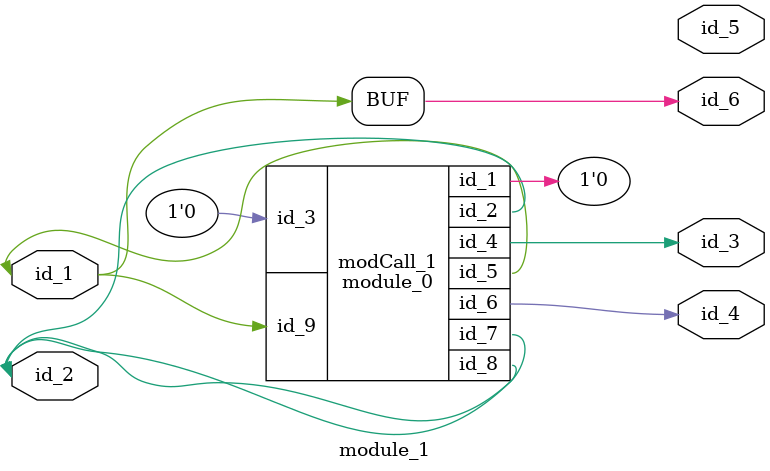
<source format=v>
module module_0 (
    id_1,
    id_2,
    id_3,
    id_4,
    id_5,
    id_6,
    id_7,
    id_8,
    id_9
);
  input wire id_9;
  output wire id_8;
  output wire id_7;
  output wire id_6;
  output wire id_5;
  output wire id_4;
  input wire id_3;
  inout wire id_2;
  inout wire id_1;
  wire id_10;
endmodule
module module_1 (
    id_1,
    id_2,
    id_3,
    id_4,
    id_5,
    id_6
);
  output wire id_6;
  output wire id_5;
  output wire id_4;
  output wire id_3;
  inout wire id_2;
  input wire id_1;
  localparam id_7 = 1 ? 1 - -1 : 1 ? -1 : 1;
  module_0 modCall_1 (
      id_7,
      id_2,
      id_7,
      id_3,
      id_6,
      id_4,
      id_2,
      id_2,
      id_1
  );
  assign id_6 = id_1;
endmodule

</source>
